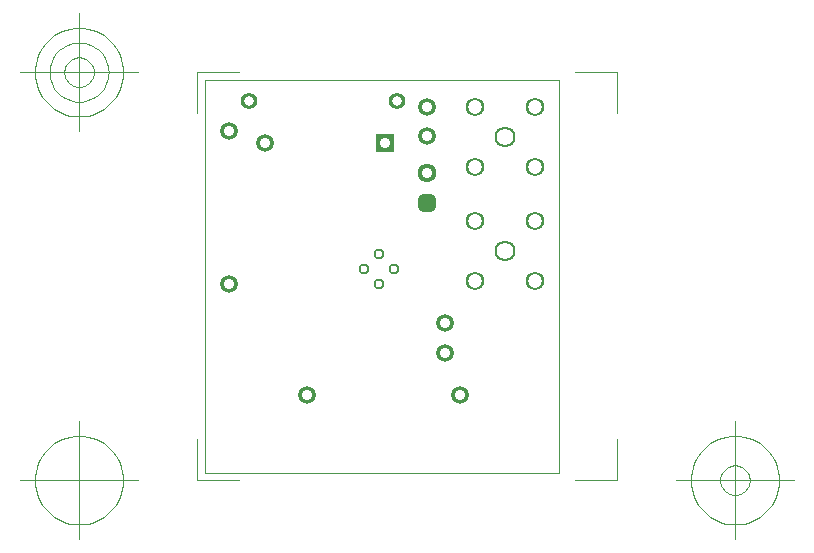
<source format=gbr>
G04 Generated by Ultiboard 10.0 *
%FSLAX25Y25*%
%MOIN*%

%ADD22C,0.00394*%
%ADD23C,0.00004*%
%ADD44C,0.06224X0.04724*%
%ADD45C,0.07012X0.05512*%
%ADD36C,0.05906X0.03543*%
%ADD34C,0.05512X0.03150*%
%ADD46C,0.03762X0.02362*%
%ADD37R,0.05906X0.05906X0.03543*%
%ADD38R,0.02083X0.02083X0.03917*%
%ADD18C,0.03917*%
%ADD29C,0.06334X0.03500*%


G04 ColorRGB 9900CC for the following layer *
%LNL_uc100f6tzinnmaske Unterseite*%
%LPD*%
%FSLAX25Y25*%
%MOIN*%
G54D22*
X-2500Y-2500D02*
X-2500Y11100D01*
X-2500Y-2500D02*
X11490Y-2500D01*
X137400Y-2500D02*
X123410Y-2500D01*
X137400Y-2500D02*
X137400Y11100D01*
X137400Y133500D02*
X137400Y119900D01*
X137400Y133500D02*
X123410Y133500D01*
X-2500Y133500D02*
X11490Y133500D01*
X-2500Y133500D02*
X-2500Y119900D01*
X-22185Y-2500D02*
X-61555Y-2500D01*
X-41870Y-22185D02*
X-41870Y17185D01*
X-27106Y-2500D02*
X-27177Y-1053D01*
X-27177Y-1053D02*
X-27390Y380D01*
X-27390Y380D02*
X-27742Y1786D01*
X-27742Y1786D02*
X-28230Y3150D01*
X-28230Y3150D02*
X-28850Y4460D01*
X-28850Y4460D02*
X-29594Y5702D01*
X-29594Y5702D02*
X-30458Y6866D01*
X-30458Y6866D02*
X-31431Y7940D01*
X-31431Y7940D02*
X-32504Y8913D01*
X-32504Y8913D02*
X-33668Y9776D01*
X-33668Y9776D02*
X-34910Y10520D01*
X-34910Y10520D02*
X-36220Y11140D01*
X-36220Y11140D02*
X-37584Y11628D01*
X-37584Y11628D02*
X-38990Y11980D01*
X-38990Y11980D02*
X-40423Y12193D01*
X-40423Y12193D02*
X-41870Y12264D01*
X-41870Y12264D02*
X-43317Y12193D01*
X-43317Y12193D02*
X-44750Y11980D01*
X-44750Y11980D02*
X-46156Y11628D01*
X-46156Y11628D02*
X-47520Y11140D01*
X-47520Y11140D02*
X-48830Y10520D01*
X-48830Y10520D02*
X-50072Y9776D01*
X-50072Y9776D02*
X-51236Y8913D01*
X-51236Y8913D02*
X-52310Y7940D01*
X-52310Y7940D02*
X-53283Y6866D01*
X-53283Y6866D02*
X-54146Y5702D01*
X-54146Y5702D02*
X-54891Y4460D01*
X-54891Y4460D02*
X-55510Y3150D01*
X-55510Y3150D02*
X-55998Y1786D01*
X-55998Y1786D02*
X-56350Y380D01*
X-56350Y380D02*
X-56563Y-1053D01*
X-56563Y-1053D02*
X-56634Y-2500D01*
X-56634Y-2500D02*
X-56563Y-3947D01*
X-56563Y-3947D02*
X-56350Y-5380D01*
X-56350Y-5380D02*
X-55998Y-6786D01*
X-55998Y-6786D02*
X-55510Y-8150D01*
X-55510Y-8150D02*
X-54891Y-9460D01*
X-54891Y-9460D02*
X-54146Y-10702D01*
X-54146Y-10702D02*
X-53283Y-11866D01*
X-53283Y-11866D02*
X-52310Y-12940D01*
X-52310Y-12940D02*
X-51236Y-13913D01*
X-51236Y-13913D02*
X-50072Y-14776D01*
X-50072Y-14776D02*
X-48830Y-15520D01*
X-48830Y-15520D02*
X-47520Y-16140D01*
X-47520Y-16140D02*
X-46156Y-16628D01*
X-46156Y-16628D02*
X-44750Y-16980D01*
X-44750Y-16980D02*
X-43317Y-17193D01*
X-43317Y-17193D02*
X-41870Y-17264D01*
X-41870Y-17264D02*
X-40423Y-17193D01*
X-40423Y-17193D02*
X-38990Y-16980D01*
X-38990Y-16980D02*
X-37584Y-16628D01*
X-37584Y-16628D02*
X-36220Y-16140D01*
X-36220Y-16140D02*
X-34910Y-15520D01*
X-34910Y-15520D02*
X-33668Y-14776D01*
X-33668Y-14776D02*
X-32504Y-13913D01*
X-32504Y-13913D02*
X-31431Y-12940D01*
X-31431Y-12940D02*
X-30458Y-11866D01*
X-30458Y-11866D02*
X-29594Y-10702D01*
X-29594Y-10702D02*
X-28850Y-9460D01*
X-28850Y-9460D02*
X-28230Y-8150D01*
X-28230Y-8150D02*
X-27742Y-6786D01*
X-27742Y-6786D02*
X-27390Y-5380D01*
X-27390Y-5380D02*
X-27177Y-3947D01*
X-27177Y-3947D02*
X-27106Y-2500D01*
X157085Y-2500D02*
X196455Y-2500D01*
X176770Y-22185D02*
X176770Y17185D01*
X191534Y-2500D02*
X191463Y-1053D01*
X191463Y-1053D02*
X191250Y380D01*
X191250Y380D02*
X190898Y1786D01*
X190898Y1786D02*
X190410Y3150D01*
X190410Y3150D02*
X189791Y4460D01*
X189791Y4460D02*
X189046Y5702D01*
X189046Y5702D02*
X188183Y6866D01*
X188183Y6866D02*
X187210Y7940D01*
X187210Y7940D02*
X186136Y8913D01*
X186136Y8913D02*
X184972Y9776D01*
X184972Y9776D02*
X183730Y10520D01*
X183730Y10520D02*
X182420Y11140D01*
X182420Y11140D02*
X181056Y11628D01*
X181056Y11628D02*
X179650Y11980D01*
X179650Y11980D02*
X178217Y12193D01*
X178217Y12193D02*
X176770Y12264D01*
X176770Y12264D02*
X175323Y12193D01*
X175323Y12193D02*
X173890Y11980D01*
X173890Y11980D02*
X172484Y11628D01*
X172484Y11628D02*
X171120Y11140D01*
X171120Y11140D02*
X169810Y10520D01*
X169810Y10520D02*
X168568Y9776D01*
X168568Y9776D02*
X167404Y8913D01*
X167404Y8913D02*
X166331Y7940D01*
X166331Y7940D02*
X165358Y6866D01*
X165358Y6866D02*
X164494Y5702D01*
X164494Y5702D02*
X163750Y4460D01*
X163750Y4460D02*
X163130Y3150D01*
X163130Y3150D02*
X162642Y1786D01*
X162642Y1786D02*
X162290Y380D01*
X162290Y380D02*
X162077Y-1053D01*
X162077Y-1053D02*
X162006Y-2500D01*
X162006Y-2500D02*
X162077Y-3947D01*
X162077Y-3947D02*
X162290Y-5380D01*
X162290Y-5380D02*
X162642Y-6786D01*
X162642Y-6786D02*
X163130Y-8150D01*
X163130Y-8150D02*
X163750Y-9460D01*
X163750Y-9460D02*
X164494Y-10702D01*
X164494Y-10702D02*
X165358Y-11866D01*
X165358Y-11866D02*
X166331Y-12940D01*
X166331Y-12940D02*
X167404Y-13913D01*
X167404Y-13913D02*
X168568Y-14776D01*
X168568Y-14776D02*
X169810Y-15520D01*
X169810Y-15520D02*
X171120Y-16140D01*
X171120Y-16140D02*
X172484Y-16628D01*
X172484Y-16628D02*
X173890Y-16980D01*
X173890Y-16980D02*
X175323Y-17193D01*
X175323Y-17193D02*
X176770Y-17264D01*
X176770Y-17264D02*
X178217Y-17193D01*
X178217Y-17193D02*
X179650Y-16980D01*
X179650Y-16980D02*
X181056Y-16628D01*
X181056Y-16628D02*
X182420Y-16140D01*
X182420Y-16140D02*
X183730Y-15520D01*
X183730Y-15520D02*
X184972Y-14776D01*
X184972Y-14776D02*
X186136Y-13913D01*
X186136Y-13913D02*
X187210Y-12940D01*
X187210Y-12940D02*
X188183Y-11866D01*
X188183Y-11866D02*
X189046Y-10702D01*
X189046Y-10702D02*
X189791Y-9460D01*
X189791Y-9460D02*
X190410Y-8150D01*
X190410Y-8150D02*
X190898Y-6786D01*
X190898Y-6786D02*
X191250Y-5380D01*
X191250Y-5380D02*
X191463Y-3947D01*
X191463Y-3947D02*
X191534Y-2500D01*
X181691Y-2500D02*
X181668Y-2018D01*
X181668Y-2018D02*
X181597Y-1540D01*
X181597Y-1540D02*
X181479Y-1071D01*
X181479Y-1071D02*
X181317Y-617D01*
X181317Y-617D02*
X181110Y-180D01*
X181110Y-180D02*
X180862Y234D01*
X180862Y234D02*
X180574Y622D01*
X180574Y622D02*
X180250Y980D01*
X180250Y980D02*
X179892Y1304D01*
X179892Y1304D02*
X179504Y1592D01*
X179504Y1592D02*
X179090Y1840D01*
X179090Y1840D02*
X178653Y2047D01*
X178653Y2047D02*
X178199Y2209D01*
X178199Y2209D02*
X177730Y2327D01*
X177730Y2327D02*
X177252Y2398D01*
X177252Y2398D02*
X176770Y2421D01*
X176770Y2421D02*
X176288Y2398D01*
X176288Y2398D02*
X175810Y2327D01*
X175810Y2327D02*
X175342Y2209D01*
X175342Y2209D02*
X174887Y2047D01*
X174887Y2047D02*
X174450Y1840D01*
X174450Y1840D02*
X174036Y1592D01*
X174036Y1592D02*
X173648Y1304D01*
X173648Y1304D02*
X173290Y980D01*
X173290Y980D02*
X172966Y622D01*
X172966Y622D02*
X172678Y234D01*
X172678Y234D02*
X172430Y-180D01*
X172430Y-180D02*
X172223Y-617D01*
X172223Y-617D02*
X172061Y-1071D01*
X172061Y-1071D02*
X171943Y-1540D01*
X171943Y-1540D02*
X171873Y-2018D01*
X171873Y-2018D02*
X171849Y-2500D01*
X171849Y-2500D02*
X171873Y-2982D01*
X171873Y-2982D02*
X171943Y-3460D01*
X171943Y-3460D02*
X172061Y-3929D01*
X172061Y-3929D02*
X172223Y-4383D01*
X172223Y-4383D02*
X172430Y-4820D01*
X172430Y-4820D02*
X172678Y-5234D01*
X172678Y-5234D02*
X172966Y-5622D01*
X172966Y-5622D02*
X173290Y-5980D01*
X173290Y-5980D02*
X173648Y-6304D01*
X173648Y-6304D02*
X174036Y-6592D01*
X174036Y-6592D02*
X174450Y-6840D01*
X174450Y-6840D02*
X174887Y-7047D01*
X174887Y-7047D02*
X175342Y-7209D01*
X175342Y-7209D02*
X175810Y-7327D01*
X175810Y-7327D02*
X176288Y-7398D01*
X176288Y-7398D02*
X176770Y-7421D01*
X176770Y-7421D02*
X177252Y-7398D01*
X177252Y-7398D02*
X177730Y-7327D01*
X177730Y-7327D02*
X178199Y-7209D01*
X178199Y-7209D02*
X178653Y-7047D01*
X178653Y-7047D02*
X179090Y-6840D01*
X179090Y-6840D02*
X179504Y-6592D01*
X179504Y-6592D02*
X179892Y-6304D01*
X179892Y-6304D02*
X180250Y-5980D01*
X180250Y-5980D02*
X180574Y-5622D01*
X180574Y-5622D02*
X180862Y-5234D01*
X180862Y-5234D02*
X181110Y-4820D01*
X181110Y-4820D02*
X181317Y-4383D01*
X181317Y-4383D02*
X181479Y-3929D01*
X181479Y-3929D02*
X181597Y-3460D01*
X181597Y-3460D02*
X181668Y-2982D01*
X181668Y-2982D02*
X181691Y-2500D01*
X-22185Y133500D02*
X-61555Y133500D01*
X-41870Y113815D02*
X-41870Y153185D01*
X-27106Y133500D02*
X-27177Y134947D01*
X-27177Y134947D02*
X-27390Y136380D01*
X-27390Y136380D02*
X-27742Y137786D01*
X-27742Y137786D02*
X-28230Y139150D01*
X-28230Y139150D02*
X-28850Y140460D01*
X-28850Y140460D02*
X-29594Y141702D01*
X-29594Y141702D02*
X-30458Y142866D01*
X-30458Y142866D02*
X-31431Y143940D01*
X-31431Y143940D02*
X-32504Y144913D01*
X-32504Y144913D02*
X-33668Y145776D01*
X-33668Y145776D02*
X-34910Y146520D01*
X-34910Y146520D02*
X-36220Y147140D01*
X-36220Y147140D02*
X-37584Y147628D01*
X-37584Y147628D02*
X-38990Y147980D01*
X-38990Y147980D02*
X-40423Y148193D01*
X-40423Y148193D02*
X-41870Y148264D01*
X-41870Y148264D02*
X-43317Y148193D01*
X-43317Y148193D02*
X-44750Y147980D01*
X-44750Y147980D02*
X-46156Y147628D01*
X-46156Y147628D02*
X-47520Y147140D01*
X-47520Y147140D02*
X-48830Y146520D01*
X-48830Y146520D02*
X-50072Y145776D01*
X-50072Y145776D02*
X-51236Y144913D01*
X-51236Y144913D02*
X-52310Y143940D01*
X-52310Y143940D02*
X-53283Y142866D01*
X-53283Y142866D02*
X-54146Y141702D01*
X-54146Y141702D02*
X-54891Y140460D01*
X-54891Y140460D02*
X-55510Y139150D01*
X-55510Y139150D02*
X-55998Y137786D01*
X-55998Y137786D02*
X-56350Y136380D01*
X-56350Y136380D02*
X-56563Y134947D01*
X-56563Y134947D02*
X-56634Y133500D01*
X-56634Y133500D02*
X-56563Y132053D01*
X-56563Y132053D02*
X-56350Y130620D01*
X-56350Y130620D02*
X-55998Y129214D01*
X-55998Y129214D02*
X-55510Y127850D01*
X-55510Y127850D02*
X-54891Y126540D01*
X-54891Y126540D02*
X-54146Y125298D01*
X-54146Y125298D02*
X-53283Y124134D01*
X-53283Y124134D02*
X-52310Y123060D01*
X-52310Y123060D02*
X-51236Y122087D01*
X-51236Y122087D02*
X-50072Y121224D01*
X-50072Y121224D02*
X-48830Y120480D01*
X-48830Y120480D02*
X-47520Y119860D01*
X-47520Y119860D02*
X-46156Y119372D01*
X-46156Y119372D02*
X-44750Y119020D01*
X-44750Y119020D02*
X-43317Y118807D01*
X-43317Y118807D02*
X-41870Y118736D01*
X-41870Y118736D02*
X-40423Y118807D01*
X-40423Y118807D02*
X-38990Y119020D01*
X-38990Y119020D02*
X-37584Y119372D01*
X-37584Y119372D02*
X-36220Y119860D01*
X-36220Y119860D02*
X-34910Y120480D01*
X-34910Y120480D02*
X-33668Y121224D01*
X-33668Y121224D02*
X-32504Y122087D01*
X-32504Y122087D02*
X-31431Y123060D01*
X-31431Y123060D02*
X-30458Y124134D01*
X-30458Y124134D02*
X-29594Y125298D01*
X-29594Y125298D02*
X-28850Y126540D01*
X-28850Y126540D02*
X-28230Y127850D01*
X-28230Y127850D02*
X-27742Y129214D01*
X-27742Y129214D02*
X-27390Y130620D01*
X-27390Y130620D02*
X-27177Y132053D01*
X-27177Y132053D02*
X-27106Y133500D01*
X-32028Y133500D02*
X-32075Y134465D01*
X-32075Y134465D02*
X-32217Y135420D01*
X-32217Y135420D02*
X-32451Y136357D01*
X-32451Y136357D02*
X-32777Y137267D01*
X-32777Y137267D02*
X-33190Y138140D01*
X-33190Y138140D02*
X-33686Y138968D01*
X-33686Y138968D02*
X-34262Y139744D01*
X-34262Y139744D02*
X-34910Y140460D01*
X-34910Y140460D02*
X-35626Y141108D01*
X-35626Y141108D02*
X-36402Y141684D01*
X-36402Y141684D02*
X-37230Y142180D01*
X-37230Y142180D02*
X-38104Y142593D01*
X-38104Y142593D02*
X-39013Y142919D01*
X-39013Y142919D02*
X-39950Y143153D01*
X-39950Y143153D02*
X-40905Y143295D01*
X-40905Y143295D02*
X-41870Y143343D01*
X-41870Y143343D02*
X-42835Y143295D01*
X-42835Y143295D02*
X-43790Y143153D01*
X-43790Y143153D02*
X-44727Y142919D01*
X-44727Y142919D02*
X-45637Y142593D01*
X-45637Y142593D02*
X-46510Y142180D01*
X-46510Y142180D02*
X-47338Y141684D01*
X-47338Y141684D02*
X-48114Y141108D01*
X-48114Y141108D02*
X-48830Y140460D01*
X-48830Y140460D02*
X-49478Y139744D01*
X-49478Y139744D02*
X-50054Y138968D01*
X-50054Y138968D02*
X-50550Y138140D01*
X-50550Y138140D02*
X-50963Y137267D01*
X-50963Y137267D02*
X-51289Y136357D01*
X-51289Y136357D02*
X-51523Y135420D01*
X-51523Y135420D02*
X-51665Y134465D01*
X-51665Y134465D02*
X-51713Y133500D01*
X-51713Y133500D02*
X-51665Y132535D01*
X-51665Y132535D02*
X-51523Y131580D01*
X-51523Y131580D02*
X-51289Y130643D01*
X-51289Y130643D02*
X-50963Y129733D01*
X-50963Y129733D02*
X-50550Y128860D01*
X-50550Y128860D02*
X-50054Y128032D01*
X-50054Y128032D02*
X-49478Y127256D01*
X-49478Y127256D02*
X-48830Y126540D01*
X-48830Y126540D02*
X-48114Y125892D01*
X-48114Y125892D02*
X-47338Y125316D01*
X-47338Y125316D02*
X-46510Y124820D01*
X-46510Y124820D02*
X-45637Y124407D01*
X-45637Y124407D02*
X-44727Y124081D01*
X-44727Y124081D02*
X-43790Y123847D01*
X-43790Y123847D02*
X-42835Y123705D01*
X-42835Y123705D02*
X-41870Y123657D01*
X-41870Y123657D02*
X-40905Y123705D01*
X-40905Y123705D02*
X-39950Y123847D01*
X-39950Y123847D02*
X-39013Y124081D01*
X-39013Y124081D02*
X-38104Y124407D01*
X-38104Y124407D02*
X-37230Y124820D01*
X-37230Y124820D02*
X-36402Y125316D01*
X-36402Y125316D02*
X-35626Y125892D01*
X-35626Y125892D02*
X-34910Y126540D01*
X-34910Y126540D02*
X-34262Y127256D01*
X-34262Y127256D02*
X-33686Y128032D01*
X-33686Y128032D02*
X-33190Y128860D01*
X-33190Y128860D02*
X-32777Y129733D01*
X-32777Y129733D02*
X-32451Y130643D01*
X-32451Y130643D02*
X-32217Y131580D01*
X-32217Y131580D02*
X-32075Y132535D01*
X-32075Y132535D02*
X-32028Y133500D01*
X-36949Y133500D02*
X-36973Y133982D01*
X-36973Y133982D02*
X-37043Y134460D01*
X-37043Y134460D02*
X-37161Y134929D01*
X-37161Y134929D02*
X-37323Y135383D01*
X-37323Y135383D02*
X-37530Y135820D01*
X-37530Y135820D02*
X-37778Y136234D01*
X-37778Y136234D02*
X-38066Y136622D01*
X-38066Y136622D02*
X-38390Y136980D01*
X-38390Y136980D02*
X-38748Y137304D01*
X-38748Y137304D02*
X-39136Y137592D01*
X-39136Y137592D02*
X-39550Y137840D01*
X-39550Y137840D02*
X-39987Y138047D01*
X-39987Y138047D02*
X-40442Y138209D01*
X-40442Y138209D02*
X-40910Y138327D01*
X-40910Y138327D02*
X-41388Y138398D01*
X-41388Y138398D02*
X-41870Y138421D01*
X-41870Y138421D02*
X-42352Y138398D01*
X-42352Y138398D02*
X-42830Y138327D01*
X-42830Y138327D02*
X-43299Y138209D01*
X-43299Y138209D02*
X-43753Y138047D01*
X-43753Y138047D02*
X-44190Y137840D01*
X-44190Y137840D02*
X-44604Y137592D01*
X-44604Y137592D02*
X-44992Y137304D01*
X-44992Y137304D02*
X-45350Y136980D01*
X-45350Y136980D02*
X-45674Y136622D01*
X-45674Y136622D02*
X-45962Y136234D01*
X-45962Y136234D02*
X-46210Y135820D01*
X-46210Y135820D02*
X-46417Y135383D01*
X-46417Y135383D02*
X-46579Y134929D01*
X-46579Y134929D02*
X-46697Y134460D01*
X-46697Y134460D02*
X-46768Y133982D01*
X-46768Y133982D02*
X-46791Y133500D01*
X-46791Y133500D02*
X-46768Y133018D01*
X-46768Y133018D02*
X-46697Y132540D01*
X-46697Y132540D02*
X-46579Y132071D01*
X-46579Y132071D02*
X-46417Y131617D01*
X-46417Y131617D02*
X-46210Y131180D01*
X-46210Y131180D02*
X-45962Y130766D01*
X-45962Y130766D02*
X-45674Y130378D01*
X-45674Y130378D02*
X-45350Y130020D01*
X-45350Y130020D02*
X-44992Y129696D01*
X-44992Y129696D02*
X-44604Y129408D01*
X-44604Y129408D02*
X-44190Y129160D01*
X-44190Y129160D02*
X-43753Y128953D01*
X-43753Y128953D02*
X-43299Y128791D01*
X-43299Y128791D02*
X-42830Y128673D01*
X-42830Y128673D02*
X-42352Y128602D01*
X-42352Y128602D02*
X-41870Y128579D01*
X-41870Y128579D02*
X-41388Y128602D01*
X-41388Y128602D02*
X-40910Y128673D01*
X-40910Y128673D02*
X-40442Y128791D01*
X-40442Y128791D02*
X-39987Y128953D01*
X-39987Y128953D02*
X-39550Y129160D01*
X-39550Y129160D02*
X-39136Y129408D01*
X-39136Y129408D02*
X-38748Y129696D01*
X-38748Y129696D02*
X-38390Y130020D01*
X-38390Y130020D02*
X-38066Y130378D01*
X-38066Y130378D02*
X-37778Y130766D01*
X-37778Y130766D02*
X-37530Y131180D01*
X-37530Y131180D02*
X-37323Y131617D01*
X-37323Y131617D02*
X-37161Y132071D01*
X-37161Y132071D02*
X-37043Y132540D01*
X-37043Y132540D02*
X-36973Y133018D01*
X-36973Y133018D02*
X-36949Y133500D01*
X-2500Y-2500D02*
X-2500Y11100D01*
X-2500Y-2500D02*
X11490Y-2500D01*
X137400Y-2500D02*
X123410Y-2500D01*
X137400Y-2500D02*
X137400Y11100D01*
X137400Y133500D02*
X137400Y119900D01*
X137400Y133500D02*
X123410Y133500D01*
X-2500Y133500D02*
X11490Y133500D01*
X-2500Y133500D02*
X-2500Y119900D01*
X-22185Y-2500D02*
X-61555Y-2500D01*
X-41870Y-22185D02*
X-41870Y17185D01*
X-27106Y-2500D02*
X-27177Y-1053D01*
X-27177Y-1053D02*
X-27390Y380D01*
X-27390Y380D02*
X-27742Y1786D01*
X-27742Y1786D02*
X-28230Y3150D01*
X-28230Y3150D02*
X-28850Y4460D01*
X-28850Y4460D02*
X-29594Y5702D01*
X-29594Y5702D02*
X-30458Y6866D01*
X-30458Y6866D02*
X-31431Y7940D01*
X-31431Y7940D02*
X-32504Y8913D01*
X-32504Y8913D02*
X-33668Y9776D01*
X-33668Y9776D02*
X-34910Y10520D01*
X-34910Y10520D02*
X-36220Y11140D01*
X-36220Y11140D02*
X-37584Y11628D01*
X-37584Y11628D02*
X-38990Y11980D01*
X-38990Y11980D02*
X-40423Y12193D01*
X-40423Y12193D02*
X-41870Y12264D01*
X-41870Y12264D02*
X-43317Y12193D01*
X-43317Y12193D02*
X-44750Y11980D01*
X-44750Y11980D02*
X-46156Y11628D01*
X-46156Y11628D02*
X-47520Y11140D01*
X-47520Y11140D02*
X-48830Y10520D01*
X-48830Y10520D02*
X-50072Y9776D01*
X-50072Y9776D02*
X-51236Y8913D01*
X-51236Y8913D02*
X-52310Y7940D01*
X-52310Y7940D02*
X-53283Y6866D01*
X-53283Y6866D02*
X-54146Y5702D01*
X-54146Y5702D02*
X-54891Y4460D01*
X-54891Y4460D02*
X-55510Y3150D01*
X-55510Y3150D02*
X-55998Y1786D01*
X-55998Y1786D02*
X-56350Y380D01*
X-56350Y380D02*
X-56563Y-1053D01*
X-56563Y-1053D02*
X-56634Y-2500D01*
X-56634Y-2500D02*
X-56563Y-3947D01*
X-56563Y-3947D02*
X-56350Y-5380D01*
X-56350Y-5380D02*
X-55998Y-6786D01*
X-55998Y-6786D02*
X-55510Y-8150D01*
X-55510Y-8150D02*
X-54891Y-9460D01*
X-54891Y-9460D02*
X-54146Y-10702D01*
X-54146Y-10702D02*
X-53283Y-11866D01*
X-53283Y-11866D02*
X-52310Y-12940D01*
X-52310Y-12940D02*
X-51236Y-13913D01*
X-51236Y-13913D02*
X-50072Y-14776D01*
X-50072Y-14776D02*
X-48830Y-15520D01*
X-48830Y-15520D02*
X-47520Y-16140D01*
X-47520Y-16140D02*
X-46156Y-16628D01*
X-46156Y-16628D02*
X-44750Y-16980D01*
X-44750Y-16980D02*
X-43317Y-17193D01*
X-43317Y-17193D02*
X-41870Y-17264D01*
X-41870Y-17264D02*
X-40423Y-17193D01*
X-40423Y-17193D02*
X-38990Y-16980D01*
X-38990Y-16980D02*
X-37584Y-16628D01*
X-37584Y-16628D02*
X-36220Y-16140D01*
X-36220Y-16140D02*
X-34910Y-15520D01*
X-34910Y-15520D02*
X-33668Y-14776D01*
X-33668Y-14776D02*
X-32504Y-13913D01*
X-32504Y-13913D02*
X-31431Y-12940D01*
X-31431Y-12940D02*
X-30458Y-11866D01*
X-30458Y-11866D02*
X-29594Y-10702D01*
X-29594Y-10702D02*
X-28850Y-9460D01*
X-28850Y-9460D02*
X-28230Y-8150D01*
X-28230Y-8150D02*
X-27742Y-6786D01*
X-27742Y-6786D02*
X-27390Y-5380D01*
X-27390Y-5380D02*
X-27177Y-3947D01*
X-27177Y-3947D02*
X-27106Y-2500D01*
X157085Y-2500D02*
X196455Y-2500D01*
X176770Y-22185D02*
X176770Y17185D01*
X191534Y-2500D02*
X191463Y-1053D01*
X191463Y-1053D02*
X191250Y380D01*
X191250Y380D02*
X190898Y1786D01*
X190898Y1786D02*
X190410Y3150D01*
X190410Y3150D02*
X189791Y4460D01*
X189791Y4460D02*
X189046Y5702D01*
X189046Y5702D02*
X188183Y6866D01*
X188183Y6866D02*
X187210Y7940D01*
X187210Y7940D02*
X186136Y8913D01*
X186136Y8913D02*
X184972Y9776D01*
X184972Y9776D02*
X183730Y10520D01*
X183730Y10520D02*
X182420Y11140D01*
X182420Y11140D02*
X181056Y11628D01*
X181056Y11628D02*
X179650Y11980D01*
X179650Y11980D02*
X178217Y12193D01*
X178217Y12193D02*
X176770Y12264D01*
X176770Y12264D02*
X175323Y12193D01*
X175323Y12193D02*
X173890Y11980D01*
X173890Y11980D02*
X172484Y11628D01*
X172484Y11628D02*
X171120Y11140D01*
X171120Y11140D02*
X169810Y10520D01*
X169810Y10520D02*
X168568Y9776D01*
X168568Y9776D02*
X167404Y8913D01*
X167404Y8913D02*
X166331Y7940D01*
X166331Y7940D02*
X165358Y6866D01*
X165358Y6866D02*
X164494Y5702D01*
X164494Y5702D02*
X163750Y4460D01*
X163750Y4460D02*
X163130Y3150D01*
X163130Y3150D02*
X162642Y1786D01*
X162642Y1786D02*
X162290Y380D01*
X162290Y380D02*
X162077Y-1053D01*
X162077Y-1053D02*
X162006Y-2500D01*
X162006Y-2500D02*
X162077Y-3947D01*
X162077Y-3947D02*
X162290Y-5380D01*
X162290Y-5380D02*
X162642Y-6786D01*
X162642Y-6786D02*
X163130Y-8150D01*
X163130Y-8150D02*
X163750Y-9460D01*
X163750Y-9460D02*
X164494Y-10702D01*
X164494Y-10702D02*
X165358Y-11866D01*
X165358Y-11866D02*
X166331Y-12940D01*
X166331Y-12940D02*
X167404Y-13913D01*
X167404Y-13913D02*
X168568Y-14776D01*
X168568Y-14776D02*
X169810Y-15520D01*
X169810Y-15520D02*
X171120Y-16140D01*
X171120Y-16140D02*
X172484Y-16628D01*
X172484Y-16628D02*
X173890Y-16980D01*
X173890Y-16980D02*
X175323Y-17193D01*
X175323Y-17193D02*
X176770Y-17264D01*
X176770Y-17264D02*
X178217Y-17193D01*
X178217Y-17193D02*
X179650Y-16980D01*
X179650Y-16980D02*
X181056Y-16628D01*
X181056Y-16628D02*
X182420Y-16140D01*
X182420Y-16140D02*
X183730Y-15520D01*
X183730Y-15520D02*
X184972Y-14776D01*
X184972Y-14776D02*
X186136Y-13913D01*
X186136Y-13913D02*
X187210Y-12940D01*
X187210Y-12940D02*
X188183Y-11866D01*
X188183Y-11866D02*
X189046Y-10702D01*
X189046Y-10702D02*
X189791Y-9460D01*
X189791Y-9460D02*
X190410Y-8150D01*
X190410Y-8150D02*
X190898Y-6786D01*
X190898Y-6786D02*
X191250Y-5380D01*
X191250Y-5380D02*
X191463Y-3947D01*
X191463Y-3947D02*
X191534Y-2500D01*
X181691Y-2500D02*
X181668Y-2018D01*
X181668Y-2018D02*
X181597Y-1540D01*
X181597Y-1540D02*
X181479Y-1071D01*
X181479Y-1071D02*
X181317Y-617D01*
X181317Y-617D02*
X181110Y-180D01*
X181110Y-180D02*
X180862Y234D01*
X180862Y234D02*
X180574Y622D01*
X180574Y622D02*
X180250Y980D01*
X180250Y980D02*
X179892Y1304D01*
X179892Y1304D02*
X179504Y1592D01*
X179504Y1592D02*
X179090Y1840D01*
X179090Y1840D02*
X178653Y2047D01*
X178653Y2047D02*
X178199Y2209D01*
X178199Y2209D02*
X177730Y2327D01*
X177730Y2327D02*
X177252Y2398D01*
X177252Y2398D02*
X176770Y2421D01*
X176770Y2421D02*
X176288Y2398D01*
X176288Y2398D02*
X175810Y2327D01*
X175810Y2327D02*
X175342Y2209D01*
X175342Y2209D02*
X174887Y2047D01*
X174887Y2047D02*
X174450Y1840D01*
X174450Y1840D02*
X174036Y1592D01*
X174036Y1592D02*
X173648Y1304D01*
X173648Y1304D02*
X173290Y980D01*
X173290Y980D02*
X172966Y622D01*
X172966Y622D02*
X172678Y234D01*
X172678Y234D02*
X172430Y-180D01*
X172430Y-180D02*
X172223Y-617D01*
X172223Y-617D02*
X172061Y-1071D01*
X172061Y-1071D02*
X171943Y-1540D01*
X171943Y-1540D02*
X171873Y-2018D01*
X171873Y-2018D02*
X171849Y-2500D01*
X171849Y-2500D02*
X171873Y-2982D01*
X171873Y-2982D02*
X171943Y-3460D01*
X171943Y-3460D02*
X172061Y-3929D01*
X172061Y-3929D02*
X172223Y-4383D01*
X172223Y-4383D02*
X172430Y-4820D01*
X172430Y-4820D02*
X172678Y-5234D01*
X172678Y-5234D02*
X172966Y-5622D01*
X172966Y-5622D02*
X173290Y-5980D01*
X173290Y-5980D02*
X173648Y-6304D01*
X173648Y-6304D02*
X174036Y-6592D01*
X174036Y-6592D02*
X174450Y-6840D01*
X174450Y-6840D02*
X174887Y-7047D01*
X174887Y-7047D02*
X175342Y-7209D01*
X175342Y-7209D02*
X175810Y-7327D01*
X175810Y-7327D02*
X176288Y-7398D01*
X176288Y-7398D02*
X176770Y-7421D01*
X176770Y-7421D02*
X177252Y-7398D01*
X177252Y-7398D02*
X177730Y-7327D01*
X177730Y-7327D02*
X178199Y-7209D01*
X178199Y-7209D02*
X178653Y-7047D01*
X178653Y-7047D02*
X179090Y-6840D01*
X179090Y-6840D02*
X179504Y-6592D01*
X179504Y-6592D02*
X179892Y-6304D01*
X179892Y-6304D02*
X180250Y-5980D01*
X180250Y-5980D02*
X180574Y-5622D01*
X180574Y-5622D02*
X180862Y-5234D01*
X180862Y-5234D02*
X181110Y-4820D01*
X181110Y-4820D02*
X181317Y-4383D01*
X181317Y-4383D02*
X181479Y-3929D01*
X181479Y-3929D02*
X181597Y-3460D01*
X181597Y-3460D02*
X181668Y-2982D01*
X181668Y-2982D02*
X181691Y-2500D01*
X-22185Y133500D02*
X-61555Y133500D01*
X-41870Y113815D02*
X-41870Y153185D01*
X-27106Y133500D02*
X-27177Y134947D01*
X-27177Y134947D02*
X-27390Y136380D01*
X-27390Y136380D02*
X-27742Y137786D01*
X-27742Y137786D02*
X-28230Y139150D01*
X-28230Y139150D02*
X-28850Y140460D01*
X-28850Y140460D02*
X-29594Y141702D01*
X-29594Y141702D02*
X-30458Y142866D01*
X-30458Y142866D02*
X-31431Y143940D01*
X-31431Y143940D02*
X-32504Y144913D01*
X-32504Y144913D02*
X-33668Y145776D01*
X-33668Y145776D02*
X-34910Y146520D01*
X-34910Y146520D02*
X-36220Y147140D01*
X-36220Y147140D02*
X-37584Y147628D01*
X-37584Y147628D02*
X-38990Y147980D01*
X-38990Y147980D02*
X-40423Y148193D01*
X-40423Y148193D02*
X-41870Y148264D01*
X-41870Y148264D02*
X-43317Y148193D01*
X-43317Y148193D02*
X-44750Y147980D01*
X-44750Y147980D02*
X-46156Y147628D01*
X-46156Y147628D02*
X-47520Y147140D01*
X-47520Y147140D02*
X-48830Y146520D01*
X-48830Y146520D02*
X-50072Y145776D01*
X-50072Y145776D02*
X-51236Y144913D01*
X-51236Y144913D02*
X-52310Y143940D01*
X-52310Y143940D02*
X-53283Y142866D01*
X-53283Y142866D02*
X-54146Y141702D01*
X-54146Y141702D02*
X-54891Y140460D01*
X-54891Y140460D02*
X-55510Y139150D01*
X-55510Y139150D02*
X-55998Y137786D01*
X-55998Y137786D02*
X-56350Y136380D01*
X-56350Y136380D02*
X-56563Y134947D01*
X-56563Y134947D02*
X-56634Y133500D01*
X-56634Y133500D02*
X-56563Y132053D01*
X-56563Y132053D02*
X-56350Y130620D01*
X-56350Y130620D02*
X-55998Y129214D01*
X-55998Y129214D02*
X-55510Y127850D01*
X-55510Y127850D02*
X-54891Y126540D01*
X-54891Y126540D02*
X-54146Y125298D01*
X-54146Y125298D02*
X-53283Y124134D01*
X-53283Y124134D02*
X-52310Y123060D01*
X-52310Y123060D02*
X-51236Y122087D01*
X-51236Y122087D02*
X-50072Y121224D01*
X-50072Y121224D02*
X-48830Y120480D01*
X-48830Y120480D02*
X-47520Y119860D01*
X-47520Y119860D02*
X-46156Y119372D01*
X-46156Y119372D02*
X-44750Y119020D01*
X-44750Y119020D02*
X-43317Y118807D01*
X-43317Y118807D02*
X-41870Y118736D01*
X-41870Y118736D02*
X-40423Y118807D01*
X-40423Y118807D02*
X-38990Y119020D01*
X-38990Y119020D02*
X-37584Y119372D01*
X-37584Y119372D02*
X-36220Y119860D01*
X-36220Y119860D02*
X-34910Y120480D01*
X-34910Y120480D02*
X-33668Y121224D01*
X-33668Y121224D02*
X-32504Y122087D01*
X-32504Y122087D02*
X-31431Y123060D01*
X-31431Y123060D02*
X-30458Y124134D01*
X-30458Y124134D02*
X-29594Y125298D01*
X-29594Y125298D02*
X-28850Y126540D01*
X-28850Y126540D02*
X-28230Y127850D01*
X-28230Y127850D02*
X-27742Y129214D01*
X-27742Y129214D02*
X-27390Y130620D01*
X-27390Y130620D02*
X-27177Y132053D01*
X-27177Y132053D02*
X-27106Y133500D01*
X-32028Y133500D02*
X-32075Y134465D01*
X-32075Y134465D02*
X-32217Y135420D01*
X-32217Y135420D02*
X-32451Y136357D01*
X-32451Y136357D02*
X-32777Y137267D01*
X-32777Y137267D02*
X-33190Y138140D01*
X-33190Y138140D02*
X-33686Y138968D01*
X-33686Y138968D02*
X-34262Y139744D01*
X-34262Y139744D02*
X-34910Y140460D01*
X-34910Y140460D02*
X-35626Y141108D01*
X-35626Y141108D02*
X-36402Y141684D01*
X-36402Y141684D02*
X-37230Y142180D01*
X-37230Y142180D02*
X-38104Y142593D01*
X-38104Y142593D02*
X-39013Y142919D01*
X-39013Y142919D02*
X-39950Y143153D01*
X-39950Y143153D02*
X-40905Y143295D01*
X-40905Y143295D02*
X-41870Y143343D01*
X-41870Y143343D02*
X-42835Y143295D01*
X-42835Y143295D02*
X-43790Y143153D01*
X-43790Y143153D02*
X-44727Y142919D01*
X-44727Y142919D02*
X-45637Y142593D01*
X-45637Y142593D02*
X-46510Y142180D01*
X-46510Y142180D02*
X-47338Y141684D01*
X-47338Y141684D02*
X-48114Y141108D01*
X-48114Y141108D02*
X-48830Y140460D01*
X-48830Y140460D02*
X-49478Y139744D01*
X-49478Y139744D02*
X-50054Y138968D01*
X-50054Y138968D02*
X-50550Y138140D01*
X-50550Y138140D02*
X-50963Y137267D01*
X-50963Y137267D02*
X-51289Y136357D01*
X-51289Y136357D02*
X-51523Y135420D01*
X-51523Y135420D02*
X-51665Y134465D01*
X-51665Y134465D02*
X-51713Y133500D01*
X-51713Y133500D02*
X-51665Y132535D01*
X-51665Y132535D02*
X-51523Y131580D01*
X-51523Y131580D02*
X-51289Y130643D01*
X-51289Y130643D02*
X-50963Y129733D01*
X-50963Y129733D02*
X-50550Y128860D01*
X-50550Y128860D02*
X-50054Y128032D01*
X-50054Y128032D02*
X-49478Y127256D01*
X-49478Y127256D02*
X-48830Y126540D01*
X-48830Y126540D02*
X-48114Y125892D01*
X-48114Y125892D02*
X-47338Y125316D01*
X-47338Y125316D02*
X-46510Y124820D01*
X-46510Y124820D02*
X-45637Y124407D01*
X-45637Y124407D02*
X-44727Y124081D01*
X-44727Y124081D02*
X-43790Y123847D01*
X-43790Y123847D02*
X-42835Y123705D01*
X-42835Y123705D02*
X-41870Y123657D01*
X-41870Y123657D02*
X-40905Y123705D01*
X-40905Y123705D02*
X-39950Y123847D01*
X-39950Y123847D02*
X-39013Y124081D01*
X-39013Y124081D02*
X-38104Y124407D01*
X-38104Y124407D02*
X-37230Y124820D01*
X-37230Y124820D02*
X-36402Y125316D01*
X-36402Y125316D02*
X-35626Y125892D01*
X-35626Y125892D02*
X-34910Y126540D01*
X-34910Y126540D02*
X-34262Y127256D01*
X-34262Y127256D02*
X-33686Y128032D01*
X-33686Y128032D02*
X-33190Y128860D01*
X-33190Y128860D02*
X-32777Y129733D01*
X-32777Y129733D02*
X-32451Y130643D01*
X-32451Y130643D02*
X-32217Y131580D01*
X-32217Y131580D02*
X-32075Y132535D01*
X-32075Y132535D02*
X-32028Y133500D01*
X-36949Y133500D02*
X-36973Y133982D01*
X-36973Y133982D02*
X-37043Y134460D01*
X-37043Y134460D02*
X-37161Y134929D01*
X-37161Y134929D02*
X-37323Y135383D01*
X-37323Y135383D02*
X-37530Y135820D01*
X-37530Y135820D02*
X-37778Y136234D01*
X-37778Y136234D02*
X-38066Y136622D01*
X-38066Y136622D02*
X-38390Y136980D01*
X-38390Y136980D02*
X-38748Y137304D01*
X-38748Y137304D02*
X-39136Y137592D01*
X-39136Y137592D02*
X-39550Y137840D01*
X-39550Y137840D02*
X-39987Y138047D01*
X-39987Y138047D02*
X-40442Y138209D01*
X-40442Y138209D02*
X-40910Y138327D01*
X-40910Y138327D02*
X-41388Y138398D01*
X-41388Y138398D02*
X-41870Y138421D01*
X-41870Y138421D02*
X-42352Y138398D01*
X-42352Y138398D02*
X-42830Y138327D01*
X-42830Y138327D02*
X-43299Y138209D01*
X-43299Y138209D02*
X-43753Y138047D01*
X-43753Y138047D02*
X-44190Y137840D01*
X-44190Y137840D02*
X-44604Y137592D01*
X-44604Y137592D02*
X-44992Y137304D01*
X-44992Y137304D02*
X-45350Y136980D01*
X-45350Y136980D02*
X-45674Y136622D01*
X-45674Y136622D02*
X-45962Y136234D01*
X-45962Y136234D02*
X-46210Y135820D01*
X-46210Y135820D02*
X-46417Y135383D01*
X-46417Y135383D02*
X-46579Y134929D01*
X-46579Y134929D02*
X-46697Y134460D01*
X-46697Y134460D02*
X-46768Y133982D01*
X-46768Y133982D02*
X-46791Y133500D01*
X-46791Y133500D02*
X-46768Y133018D01*
X-46768Y133018D02*
X-46697Y132540D01*
X-46697Y132540D02*
X-46579Y132071D01*
X-46579Y132071D02*
X-46417Y131617D01*
X-46417Y131617D02*
X-46210Y131180D01*
X-46210Y131180D02*
X-45962Y130766D01*
X-45962Y130766D02*
X-45674Y130378D01*
X-45674Y130378D02*
X-45350Y130020D01*
X-45350Y130020D02*
X-44992Y129696D01*
X-44992Y129696D02*
X-44604Y129408D01*
X-44604Y129408D02*
X-44190Y129160D01*
X-44190Y129160D02*
X-43753Y128953D01*
X-43753Y128953D02*
X-43299Y128791D01*
X-43299Y128791D02*
X-42830Y128673D01*
X-42830Y128673D02*
X-42352Y128602D01*
X-42352Y128602D02*
X-41870Y128579D01*
X-41870Y128579D02*
X-41388Y128602D01*
X-41388Y128602D02*
X-40910Y128673D01*
X-40910Y128673D02*
X-40442Y128791D01*
X-40442Y128791D02*
X-39987Y128953D01*
X-39987Y128953D02*
X-39550Y129160D01*
X-39550Y129160D02*
X-39136Y129408D01*
X-39136Y129408D02*
X-38748Y129696D01*
X-38748Y129696D02*
X-38390Y130020D01*
X-38390Y130020D02*
X-38066Y130378D01*
X-38066Y130378D02*
X-37778Y130766D01*
X-37778Y130766D02*
X-37530Y131180D01*
X-37530Y131180D02*
X-37323Y131617D01*
X-37323Y131617D02*
X-37161Y132071D01*
X-37161Y132071D02*
X-37043Y132540D01*
X-37043Y132540D02*
X-36973Y133018D01*
X-36973Y133018D02*
X-36949Y133500D01*
G54D23*
X0Y0D02*
X118000Y0D01*
X118000Y0D02*
X118000Y131000D01*
X118000Y131000D02*
X0Y131000D01*
X0Y131000D02*
X0Y0D01*
G54D44*
X90000Y122000D03*
X110000Y122000D03*
X90000Y102000D03*
X110000Y102000D03*
X90000Y64000D03*
X110000Y64000D03*
X90000Y84000D03*
X110000Y84000D03*
G54D45*
X100000Y112000D03*
X100000Y74000D03*
G54D36*
X74000Y112157D03*
X74000Y122000D03*
X34000Y26000D03*
X85181Y26000D03*
X20000Y110000D03*
X8000Y62819D03*
X8000Y114000D03*
X80000Y49843D03*
X80000Y40000D03*
G54D34*
X64000Y124000D03*
X14787Y124000D03*
G54D46*
X63000Y68000D03*
X58000Y63000D03*
X58000Y73000D03*
X53000Y68000D03*
G54D37*
X60000Y110000D03*
G54D38*
X74000Y90000D03*
G54D18*
X72959Y88959D02*
X75041Y88959D01*
X75041Y91041D01*
X72959Y91041D01*
X72959Y88959D01*D02*
G54D29*
X74000Y100000D03*

M00*

</source>
